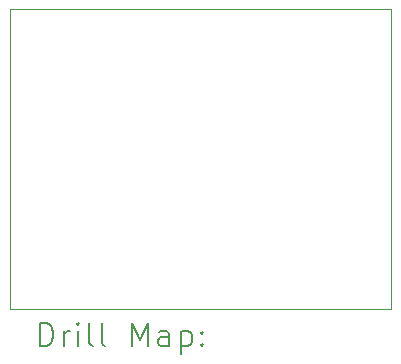
<source format=gbr>
%TF.GenerationSoftware,KiCad,Pcbnew,(6.0.10)*%
%TF.CreationDate,2023-02-14T21:16:01-05:00*%
%TF.ProjectId,lipo_charger,6c69706f-5f63-4686-9172-6765722e6b69,rev?*%
%TF.SameCoordinates,Original*%
%TF.FileFunction,Drillmap*%
%TF.FilePolarity,Positive*%
%FSLAX45Y45*%
G04 Gerber Fmt 4.5, Leading zero omitted, Abs format (unit mm)*
G04 Created by KiCad (PCBNEW (6.0.10)) date 2023-02-14 21:16:01*
%MOMM*%
%LPD*%
G01*
G04 APERTURE LIST*
%ADD10C,0.100000*%
%ADD11C,0.200000*%
G04 APERTURE END LIST*
D10*
X16510000Y-10160000D02*
X16510000Y-12700000D01*
X13284200Y-12700000D02*
X15494000Y-12700000D01*
X16510000Y-12700000D02*
X15494000Y-12700000D01*
X15240000Y-10160000D02*
X13284200Y-10160000D01*
X16510000Y-10160000D02*
X15240000Y-10160000D01*
X13284200Y-10160000D02*
X13284200Y-12700000D01*
D11*
X13536819Y-13015476D02*
X13536819Y-12815476D01*
X13584438Y-12815476D01*
X13613009Y-12825000D01*
X13632057Y-12844048D01*
X13641581Y-12863095D01*
X13651105Y-12901190D01*
X13651105Y-12929762D01*
X13641581Y-12967857D01*
X13632057Y-12986905D01*
X13613009Y-13005952D01*
X13584438Y-13015476D01*
X13536819Y-13015476D01*
X13736819Y-13015476D02*
X13736819Y-12882143D01*
X13736819Y-12920238D02*
X13746343Y-12901190D01*
X13755867Y-12891667D01*
X13774914Y-12882143D01*
X13793962Y-12882143D01*
X13860628Y-13015476D02*
X13860628Y-12882143D01*
X13860628Y-12815476D02*
X13851105Y-12825000D01*
X13860628Y-12834524D01*
X13870152Y-12825000D01*
X13860628Y-12815476D01*
X13860628Y-12834524D01*
X13984438Y-13015476D02*
X13965390Y-13005952D01*
X13955867Y-12986905D01*
X13955867Y-12815476D01*
X14089200Y-13015476D02*
X14070152Y-13005952D01*
X14060628Y-12986905D01*
X14060628Y-12815476D01*
X14317771Y-13015476D02*
X14317771Y-12815476D01*
X14384438Y-12958333D01*
X14451105Y-12815476D01*
X14451105Y-13015476D01*
X14632057Y-13015476D02*
X14632057Y-12910714D01*
X14622533Y-12891667D01*
X14603486Y-12882143D01*
X14565390Y-12882143D01*
X14546343Y-12891667D01*
X14632057Y-13005952D02*
X14613009Y-13015476D01*
X14565390Y-13015476D01*
X14546343Y-13005952D01*
X14536819Y-12986905D01*
X14536819Y-12967857D01*
X14546343Y-12948809D01*
X14565390Y-12939286D01*
X14613009Y-12939286D01*
X14632057Y-12929762D01*
X14727295Y-12882143D02*
X14727295Y-13082143D01*
X14727295Y-12891667D02*
X14746343Y-12882143D01*
X14784438Y-12882143D01*
X14803486Y-12891667D01*
X14813009Y-12901190D01*
X14822533Y-12920238D01*
X14822533Y-12977381D01*
X14813009Y-12996428D01*
X14803486Y-13005952D01*
X14784438Y-13015476D01*
X14746343Y-13015476D01*
X14727295Y-13005952D01*
X14908248Y-12996428D02*
X14917771Y-13005952D01*
X14908248Y-13015476D01*
X14898724Y-13005952D01*
X14908248Y-12996428D01*
X14908248Y-13015476D01*
X14908248Y-12891667D02*
X14917771Y-12901190D01*
X14908248Y-12910714D01*
X14898724Y-12901190D01*
X14908248Y-12891667D01*
X14908248Y-12910714D01*
M02*

</source>
